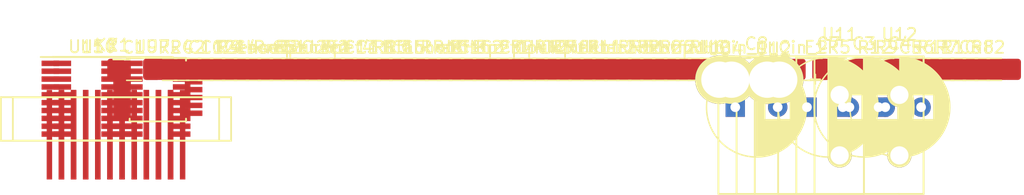
<source format=kicad_pcb>
(kicad_pcb (version 20171130) (host pcbnew "(5.0.0-3-g5ebb6b6)")
  (layers (0 F.Cu signal) (31 B.Cu signal) (34 B.Paste user) (35 F.Paste user) (36 B.SilkS user) (37 F.SilkS user) (38 B.Mask user) (39 F.Mask user) (44 Edge.Cuts user))
  (net 0 "")
  (net 1 +3V3)
  (net 2 GND)
  (net 3 "/uC/nrst(3V3)")
  (net 4 +10V)
  (net 5 +12V)
  (net 6 GNDPWR)
  (net 7 +5V)
  (net 8 "Net-(Cboot1-Pad2)")
  (net 9 "Net-(Cboot2-Pad2)")
  (net 10 /motor_part/DIAG_1)
  (net 11 /motor_part/DIAG_2)
  (net 12 "Net-(Coff1-Pad2)")
  (net 13 "Net-(Coff2-Pad2)")
  (net 14 "Net-(Cp1-Pad2)")
  (net 15 "Net-(Cp1-Pad1)")
  (net 16 "Net-(Cp2-Pad1)")
  (net 17 "Net-(Cp2-Pad2)")
  (net 18 "Net-(Cpul1-Pad2)")
  (net 19 "Net-(Cpul2-Pad2)")
  (net 20 "Net-(Cref1-Pad1)")
  (net 21 "Net-(Cref2-Pad1)")
  (net 22 /power_part/Alim_puiss)
  (net 23 /power_part/Alim_num)
  (net 24 /motor_part/Out_11)
  (net 25 /motor_part/Out_21)
  (net 26 /motor_part/Out_31)
  (net 27 /motor_part/Hall_sensor_11)
  (net 28 /motor_part/Hall_sensor_31)
  (net 29 /motor_part/Hall_sensor_21)
  (net 30 /motor_part/Out_12)
  (net 31 /motor_part/Out_22)
  (net 32 /motor_part/Out_33)
  (net 33 /motor_part/Hall_sensor_22)
  (net 34 /motor_part/Hall_sensor_32)
  (net 35 /motor_part/Hall_sensor_12)
  (net 36 "/uC/Cmd_En_1(3V3)")
  (net 37 "/uC/Cmd_En_2(3V3)")
  (net 38 "Net-(R3-Pad1)")
  (net 39 "Net-(JP1-Pad2)")
  (net 40 "Net-(D5-Pad2)")
  (net 41 "Net-(R4-Pad1)")
  (net 42 "Net-(D9-Pad2)")
  (net 43 "Net-(D8-Pad2)")
  (net 44 "Net-(R7-Pad1)")
  (net 45 "Net-(D10-Pad2)")
  (net 46 "Net-(R10-Pad2)")
  (net 47 "Net-(D11-Pad2)")
  (net 48 /motor_part/EN_1)
  (net 49 /motor_part/EN_2)
  (net 50 "Net-(Rp1-Pad1)")
  (net 51 "Net-(Rp2-Pad1)")
  (net 52 "Net-(Rsense1-Pad1)")
  (net 53 "Net-(Rsense2-Pad1)")
  (net 54 /motor_part/TACHO_1)
  (net 55 /motor_part/TACHO_2)
  (net 56 "Net-(U7-Pad3)")
  (net 57 "Net-(U7-Pad6)")
  (net 58 "Net-(U7-Pad12)")
  (net 59 "Net-(U7-Pad11)")
  (net 60 "/uC/Brake_1(3V3)")
  (net 61 "/uC/Dir_1(3V3)")
  (net 62 "/uC/Diag_1(3V3)")
  (net 63 "/uC/Tacho_1(3V3)")
  (net 64 "/uC/Brake_2(3V3)")
  (net 65 "/uC/Dir_2(3V3)")
  (net 66 /motor_part/DIR_2)
  (net 67 /motor_part/BRAKE_2)
  (net 68 /motor_part/DIR_1)
  (net 69 /motor_part/BRAKE_1)
  (net 70 "/uC/Diag_2(3V3)")
  (net 71 "/uC/Tacho_2(3V3)")
  (net 72 /encodeurs/Ch_A1)
  (net 73 /encodeurs/Ch_B1)
  (net 74 /encodeurs/Ch_A2)
  (net 75 /encodeurs/Ch_B2)
  (net 76 "/encodeurs/Ch_B2(+5V)")
  (net 77 "/encodeurs/Ch_A2(+5V)")
  (net 78 "/encodeurs/Ch_B1(+5V)")
  (net 79 "/encodeurs/Ch_A1(+5V)")
  (net 80 "Net-(P1-Pad1)")
  (net 81 "Net-(P1-Pad2)")
  (net 82 "Net-(J1-Pad1)")
  (net 83 "Net-(J1-Pad2)")
  (net 84 "Net-(P2-Pad1)")
  (net 85 "Net-(P2-Pad2)")
  (net 86 "/uC/Free_2(3V3)")
  (net 87 "/uC/Free_1(3V3)")
  (net 88 "/uC/TX(3V3)")
  (net 89 "/uC/RX(3V3)")
  (net 90 "/uC/I2C_SCL(3V3)")
  (net 91 "/uC/I2C_SDA(3V3)")
  (module Capacitor_SMD:C_1206_3216Metric_Pad1.42x1.75mm_HandSolder (layer F.Cu) (at 46.017105 64.645001)
    (fp_text reference C1 (at 0 -1.82) (layer F.SilkS))
    (fp_text value 100n)
    (pad 2 smd roundrect (at 1.4875 0) (size 1.425 1.75) (layers F.Cu F.Paste F.Mask) (roundrect_rratio 0.175439) (net 1 +3V3))
    (pad 1 smd roundrect (at -1.4875 0) (size 1.425 1.75) (layers F.Cu F.Paste F.Mask) (roundrect_rratio 0.175439) (net 2 GND))
  )
  (module Capacitor_SMD:C_1206_3216Metric_Pad1.42x1.75mm_HandSolder (layer F.Cu) (at 50.944735 64.645001)
    (fp_text reference C2 (at 0 -1.82) (layer F.SilkS))
    (fp_text value 100n)
    (pad 2 smd roundrect (at 1.4875 0) (size 1.425 1.75) (layers F.Cu F.Paste F.Mask) (roundrect_rratio 0.175439) (net 2 GND))
    (pad 1 smd roundrect (at -1.4875 0) (size 1.425 1.75) (layers F.Cu F.Paste F.Mask) (roundrect_rratio 0.175439) (net 3 "/uC/nrst(3V3)"))
  )
  (module Capacitor_THT:CP_Radial_D8.0mm_P3.50mm (layer F.Cu) (at 104.48154 67.775001)
    (fp_text reference C3 (at 1.75 -5.25) (layer F.SilkS))
    (fp_text value 100u)
    (pad 2 thru_hole circle (at 3.5 0) (size 1.6 1.6) (drill 0.8) (layers *.Cu *.Mask) (net 2 GND))
    (pad 1 thru_hole rect (at 0 0) (size 1.6 1.6) (drill 0.8) (layers *.Cu *.Mask) (net 4 +10V))
  )
  (module Capacitor_THT:CP_Radial_D8.0mm_P3.50mm (layer F.Cu) (at 107.438118 67.775001)
    (fp_text reference C4 (at 1.75 -5.25) (layer F.SilkS))
    (fp_text value 100u)
    (pad 1 thru_hole rect (at 0 0) (size 1.6 1.6) (drill 0.8) (layers *.Cu *.Mask) (net 5 +12V))
    (pad 2 thru_hole circle (at 3.5 0) (size 1.6 1.6) (drill 0.8) (layers *.Cu *.Mask) (net 6 GNDPWR))
  )
  (module Capacitor_SMD:C_1206_3216Metric_Pad1.42x1.75mm_HandSolder (layer F.Cu) (at 110.076295 64.645001)
    (fp_text reference C5 (at 0 -1.82) (layer F.SilkS))
    (fp_text value 100n)
    (pad 1 smd roundrect (at -1.4875 0) (size 1.425 1.75) (layers F.Cu F.Paste F.Mask) (roundrect_rratio 0.175439) (net 4 +10V))
    (pad 2 smd roundrect (at 1.4875 0) (size 1.425 1.75) (layers F.Cu F.Paste F.Mask) (roundrect_rratio 0.175439) (net 2 GND))
  )
  (module Capacitor_SMD:C_1206_3216Metric_Pad1.42x1.75mm_HandSolder (layer F.Cu) (at 115.003925 64.645001)
    (fp_text reference C6 (at 0 -1.82) (layer F.SilkS))
    (fp_text value 100n)
    (pad 2 smd roundrect (at 1.4875 0) (size 1.425 1.75) (layers F.Cu F.Paste F.Mask) (roundrect_rratio 0.175439) (net 6 GNDPWR))
    (pad 1 smd roundrect (at -1.4875 0) (size 1.425 1.75) (layers F.Cu F.Paste F.Mask) (roundrect_rratio 0.175439) (net 5 +12V))
  )
  (module Capacitor_THT:CP_Radial_D8.0mm_P3.50mm (layer F.Cu) (at 101.524962 67.775001)
    (fp_text reference C7 (at 1.75 -5.25) (layer F.SilkS))
    (fp_text value 10u)
    (pad 2 thru_hole circle (at 3.5 0) (size 1.6 1.6) (drill 0.8) (layers *.Cu *.Mask) (net 2 GND))
    (pad 1 thru_hole rect (at 0 0) (size 1.6 1.6) (drill 0.8) (layers *.Cu *.Mask) (net 7 +5V))
  )
  (module Capacitor_THT:CP_Radial_D8.0mm_P3.50mm (layer F.Cu) (at 95.611806 67.775001)
    (fp_text reference C8 (at 1.75 -5.25) (layer F.SilkS))
    (fp_text value 10u)
    (pad 1 thru_hole rect (at 0 0) (size 1.6 1.6) (drill 0.8) (layers *.Cu *.Mask) (net 1 +3V3))
    (pad 2 thru_hole circle (at 3.5 0) (size 1.6 1.6) (drill 0.8) (layers *.Cu *.Mask) (net 2 GND))
  )
  (module Capacitor_SMD:C_1206_3216Metric_Pad1.42x1.75mm_HandSolder (layer F.Cu) (at 53.901313 64.645001)
    (fp_text reference C9 (at 0 -1.82) (layer F.SilkS))
    (fp_text value 0,1u)
    (pad 2 smd roundrect (at 1.4875 0) (size 1.425 1.75) (layers F.Cu F.Paste F.Mask) (roundrect_rratio 0.175439) (net 2 GND))
    (pad 1 smd roundrect (at -1.4875 0) (size 1.425 1.75) (layers F.Cu F.Paste F.Mask) (roundrect_rratio 0.175439) (net 1 +3V3))
  )
  (module Capacitor_SMD:C_1206_3216Metric_Pad1.42x1.75mm_HandSolder (layer F.Cu) (at 51.930261 64.645001)
    (fp_text reference C10 (at 0 -1.82) (layer F.SilkS))
    (fp_text value 0,1u)
    (pad 2 smd roundrect (at 1.4875 0) (size 1.425 1.75) (layers F.Cu F.Paste F.Mask) (roundrect_rratio 0.175439) (net 2 GND))
    (pad 1 smd roundrect (at -1.4875 0) (size 1.425 1.75) (layers F.Cu F.Paste F.Mask) (roundrect_rratio 0.175439) (net 7 +5V))
  )
  (module Capacitor_SMD:C_1206_3216Metric_Pad1.42x1.75mm_HandSolder (layer F.Cu) (at 65.727625 64.645001)
    (fp_text reference C11 (at 0 -1.82) (layer F.SilkS))
    (fp_text value 0,1u)
    (pad 1 smd roundrect (at -1.4875 0) (size 1.425 1.75) (layers F.Cu F.Paste F.Mask) (roundrect_rratio 0.175439) (net 1 +3V3))
    (pad 2 smd roundrect (at 1.4875 0) (size 1.425 1.75) (layers F.Cu F.Paste F.Mask) (roundrect_rratio 0.175439) (net 2 GND))
  )
  (module Capacitor_SMD:C_1206_3216Metric_Pad1.42x1.75mm_HandSolder (layer F.Cu) (at 52.915787 64.645001)
    (fp_text reference C12 (at 0 -1.82) (layer F.SilkS))
    (fp_text value 0,1u)
    (pad 1 smd roundrect (at -1.4875 0) (size 1.425 1.75) (layers F.Cu F.Paste F.Mask) (roundrect_rratio 0.175439) (net 7 +5V))
    (pad 2 smd roundrect (at 1.4875 0) (size 1.425 1.75) (layers F.Cu F.Paste F.Mask) (roundrect_rratio 0.175439) (net 2 GND))
  )
  (module Capacitor_SMD:C_1206_3216Metric_Pad1.42x1.75mm_HandSolder (layer F.Cu) (at 64.742099 64.645001)
    (fp_text reference C13 (at 0 -1.82) (layer F.SilkS))
    (fp_text value 100n)
    (pad 1 smd roundrect (at -1.4875 0) (size 1.425 1.75) (layers F.Cu F.Paste F.Mask) (roundrect_rratio 0.175439) (net 1 +3V3))
    (pad 2 smd roundrect (at 1.4875 0) (size 1.425 1.75) (layers F.Cu F.Paste F.Mask) (roundrect_rratio 0.175439) (net 2 GND))
  )
  (module Capacitor_SMD:C_1206_3216Metric_Pad1.42x1.75mm_HandSolder (layer F.Cu) (at 54.886839 64.645001)
    (fp_text reference C14 (at 0 -1.82) (layer F.SilkS))
    (fp_text value 100n)
    (pad 2 smd roundrect (at 1.4875 0) (size 1.425 1.75) (layers F.Cu F.Paste F.Mask) (roundrect_rratio 0.175439) (net 2 GND))
    (pad 1 smd roundrect (at -1.4875 0) (size 1.425 1.75) (layers F.Cu F.Paste F.Mask) (roundrect_rratio 0.175439) (net 1 +3V3))
  )
  (module Capacitor_SMD:C_1206_3216Metric_Pad1.42x1.75mm_HandSolder (layer F.Cu) (at 68.684203 64.645001)
    (fp_text reference C15 (at 0 -1.82) (layer F.SilkS))
    (fp_text value 100n)
    (pad 1 smd roundrect (at -1.4875 0) (size 1.425 1.75) (layers F.Cu F.Paste F.Mask) (roundrect_rratio 0.175439) (net 2 GND))
    (pad 2 smd roundrect (at 1.4875 0) (size 1.425 1.75) (layers F.Cu F.Paste F.Mask) (roundrect_rratio 0.175439) (net 1 +3V3))
  )
  (module Capacitor_SMD:C_1206_3216Metric_Pad1.42x1.75mm_HandSolder (layer F.Cu) (at 70.655255 64.645001)
    (fp_text reference Cboot1 (at 0 -1.82) (layer F.SilkS))
    (fp_text value 220n)
    (pad 2 smd roundrect (at 1.4875 0) (size 1.425 1.75) (layers F.Cu F.Paste F.Mask) (roundrect_rratio 0.175439) (net 8 "Net-(Cboot1-Pad2)"))
    (pad 1 smd roundrect (at -1.4875 0) (size 1.425 1.75) (layers F.Cu F.Paste F.Mask) (roundrect_rratio 0.175439) (net 5 +12V))
  )
  (module Capacitor_SMD:C_1206_3216Metric_Pad1.42x1.75mm_HandSolder (layer F.Cu) (at 56.857891 64.645001)
    (fp_text reference Cboot2 (at 0 -1.82) (layer F.SilkS))
    (fp_text value 220n)
    (pad 1 smd roundrect (at -1.4875 0) (size 1.425 1.75) (layers F.Cu F.Paste F.Mask) (roundrect_rratio 0.175439) (net 5 +12V))
    (pad 2 smd roundrect (at 1.4875 0) (size 1.425 1.75) (layers F.Cu F.Paste F.Mask) (roundrect_rratio 0.175439) (net 9 "Net-(Cboot2-Pad2)"))
  )
  (module Capacitor_SMD:C_1206_3216Metric_Pad1.42x1.75mm_HandSolder (layer F.Cu) (at 84.452619 64.645001)
    (fp_text reference Cen1 (at 0 -1.82) (layer F.SilkS))
    (fp_text value 5.6n)
    (pad 1 smd roundrect (at -1.4875 0) (size 1.425 1.75) (layers F.Cu F.Paste F.Mask) (roundrect_rratio 0.175439) (net 2 GND))
    (pad 2 smd roundrect (at 1.4875 0) (size 1.425 1.75) (layers F.Cu F.Paste F.Mask) (roundrect_rratio 0.175439) (net 10 /motor_part/DIAG_1))
  )
  (module Capacitor_SMD:C_1206_3216Metric_Pad1.42x1.75mm_HandSolder (layer F.Cu) (at 74.597359 64.645001)
    (fp_text reference Cen2 (at 0 -1.82) (layer F.SilkS))
    (fp_text value 5.6n)
    (pad 1 smd roundrect (at -1.4875 0) (size 1.425 1.75) (layers F.Cu F.Paste F.Mask) (roundrect_rratio 0.175439) (net 2 GND))
    (pad 2 smd roundrect (at 1.4875 0) (size 1.425 1.75) (layers F.Cu F.Paste F.Mask) (roundrect_rratio 0.175439) (net 11 /motor_part/DIAG_2))
  )
  (module Capacitor_SMD:C_1206_3216Metric_Pad1.42x1.75mm_HandSolder (layer F.Cu) (at 96.278931 64.645001)
    (fp_text reference Cin_1 (at 0 -1.82) (layer F.SilkS))
    (fp_text value 0,1u)
    (pad 2 smd roundrect (at 1.4875 0) (size 1.425 1.75) (layers F.Cu F.Paste F.Mask) (roundrect_rratio 0.175439) (net 2 GND))
    (pad 1 smd roundrect (at -1.4875 0) (size 1.425 1.75) (layers F.Cu F.Paste F.Mask) (roundrect_rratio 0.175439) (net 4 +10V))
  )
  (module Capacitor_SMD:C_1206_3216Metric_Pad1.42x1.75mm_HandSolder (layer F.Cu) (at 101.206561 64.645001)
    (fp_text reference Cin_2 (at 0 -1.82) (layer F.SilkS))
    (fp_text value 0,1u)
    (pad 1 smd roundrect (at -1.4875 0) (size 1.425 1.75) (layers F.Cu F.Paste F.Mask) (roundrect_rratio 0.175439) (net 4 +10V))
    (pad 2 smd roundrect (at 1.4875 0) (size 1.425 1.75) (layers F.Cu F.Paste F.Mask) (roundrect_rratio 0.175439) (net 2 GND))
  )
  (module Capacitor_SMD:C_1206_3216Metric_Pad1.42x1.75mm_HandSolder (layer F.Cu) (at 81.496041 64.645001)
    (fp_text reference Coff1 (at 0 -1.82) (layer F.SilkS))
    (fp_text value 1n)
    (pad 2 smd roundrect (at 1.4875 0) (size 1.425 1.75) (layers F.Cu F.Paste F.Mask) (roundrect_rratio 0.175439) (net 12 "Net-(Coff1-Pad2)"))
    (pad 1 smd roundrect (at -1.4875 0) (size 1.425 1.75) (layers F.Cu F.Paste F.Mask) (roundrect_rratio 0.175439) (net 2 GND))
  )
  (module Capacitor_SMD:C_1206_3216Metric_Pad1.42x1.75mm_HandSolder (layer F.Cu) (at 85.438145 64.645001)
    (fp_text reference Coff2 (at 0 -1.82) (layer F.SilkS))
    (fp_text value 1n)
    (pad 1 smd roundrect (at -1.4875 0) (size 1.425 1.75) (layers F.Cu F.Paste F.Mask) (roundrect_rratio 0.175439) (net 2 GND))
    (pad 2 smd roundrect (at 1.4875 0) (size 1.425 1.75) (layers F.Cu F.Paste F.Mask) (roundrect_rratio 0.175439) (net 13 "Net-(Coff2-Pad2)"))
  )
  (module Capacitor_SMD:C_1206_3216Metric_Pad1.42x1.75mm_HandSolder (layer F.Cu) (at 58.828943 64.645001)
    (fp_text reference Cp1 (at 0 -1.82) (layer F.SilkS))
    (fp_text value 10n)
    (pad 2 smd roundrect (at 1.4875 0) (size 1.425 1.75) (layers F.Cu F.Paste F.Mask) (roundrect_rratio 0.175439) (net 14 "Net-(Cp1-Pad2)"))
    (pad 1 smd roundrect (at -1.4875 0) (size 1.425 1.75) (layers F.Cu F.Paste F.Mask) (roundrect_rratio 0.175439) (net 15 "Net-(Cp1-Pad1)"))
  )
  (module Capacitor_SMD:C_1206_3216Metric_Pad1.42x1.75mm_HandSolder (layer F.Cu) (at 77.553937 64.645001)
    (fp_text reference Cp2 (at 0 -1.82) (layer F.SilkS))
    (fp_text value 10n)
    (pad 1 smd roundrect (at -1.4875 0) (size 1.425 1.75) (layers F.Cu F.Paste F.Mask) (roundrect_rratio 0.175439) (net 16 "Net-(Cp2-Pad1)"))
    (pad 2 smd roundrect (at 1.4875 0) (size 1.425 1.75) (layers F.Cu F.Paste F.Mask) (roundrect_rratio 0.175439) (net 17 "Net-(Cp2-Pad2)"))
  )
  (module Capacitor_SMD:C_1206_3216Metric_Pad1.42x1.75mm_HandSolder (layer F.Cu) (at 92.336827 64.645001)
    (fp_text reference Cpul1 (at 0 -1.82) (layer F.SilkS))
    (fp_text value 10n)
    (pad 2 smd roundrect (at 1.4875 0) (size 1.425 1.75) (layers F.Cu F.Paste F.Mask) (roundrect_rratio 0.175439) (net 18 "Net-(Cpul1-Pad2)"))
    (pad 1 smd roundrect (at -1.4875 0) (size 1.425 1.75) (layers F.Cu F.Paste F.Mask) (roundrect_rratio 0.175439) (net 2 GND))
  )
  (module Capacitor_SMD:C_1206_3216Metric_Pad1.42x1.75mm_HandSolder (layer F.Cu) (at 79.524989 64.645001)
    (fp_text reference Cpul2 (at 0 -1.82) (layer F.SilkS))
    (fp_text value 10n)
    (pad 2 smd roundrect (at 1.4875 0) (size 1.425 1.75) (layers F.Cu F.Paste F.Mask) (roundrect_rratio 0.175439) (net 19 "Net-(Cpul2-Pad2)"))
    (pad 1 smd roundrect (at -1.4875 0) (size 1.425 1.75) (layers F.Cu F.Paste F.Mask) (roundrect_rratio 0.175439) (net 2 GND))
  )
  (module Capacitor_SMD:C_1206_3216Metric_Pad1.42x1.75mm_HandSolder (layer F.Cu) (at 76.568411 64.645001)
    (fp_text reference Cref1 (at 0 -1.82) (layer F.SilkS))
    (fp_text value 10n)
    (pad 1 smd roundrect (at -1.4875 0) (size 1.425 1.75) (layers F.Cu F.Paste F.Mask) (roundrect_rratio 0.175439) (net 20 "Net-(Cref1-Pad1)"))
    (pad 2 smd roundrect (at 1.4875 0) (size 1.425 1.75) (layers F.Cu F.Paste F.Mask) (roundrect_rratio 0.175439) (net 2 GND))
  )
  (module Capacitor_SMD:C_1206_3216Metric_Pad1.42x1.75mm_HandSolder (layer F.Cu) (at 61.785521 64.645001)
    (fp_text reference Cref2 (at 0 -1.82) (layer F.SilkS))
    (fp_text value 10n)
    (pad 1 smd roundrect (at -1.4875 0) (size 1.425 1.75) (layers F.Cu F.Paste F.Mask) (roundrect_rratio 0.175439) (net 21 "Net-(Cref2-Pad1)"))
    (pad 2 smd roundrect (at 1.4875 0) (size 1.425 1.75) (layers F.Cu F.Paste F.Mask) (roundrect_rratio 0.175439) (net 2 GND))
  )
  (module Fuse:Fuse_1206_3216Metric_Pad1.42x1.75mm_HandSolder (layer F.Cu) (at 102.192087 64.645001)
    (fp_text reference F1 (at 0 -1.82) (layer F.SilkS))
    (fp_text value Fuse)
    (pad 2 smd roundrect (at 1.4875 0) (size 1.425 1.75) (layers F.Cu F.Paste F.Mask) (roundrect_rratio 0.175439) (net 22 /power_part/Alim_puiss))
    (pad 1 smd roundrect (at -1.4875 0) (size 1.425 1.75) (layers F.Cu F.Paste F.Mask) (roundrect_rratio 0.175439) (net 5 +12V))
  )
  (module Fuse:Fuse_1206_3216Metric_Pad1.42x1.75mm_HandSolder (layer F.Cu) (at 116.974977 64.645001)
    (fp_text reference F2 (at 0 -1.82) (layer F.SilkS))
    (fp_text value Fuse)
    (pad 1 smd roundrect (at -1.4875 0) (size 1.425 1.75) (layers F.Cu F.Paste F.Mask) (roundrect_rratio 0.175439) (net 4 +10V))
    (pad 2 smd roundrect (at 1.4875 0) (size 1.425 1.75) (layers F.Cu F.Paste F.Mask) (roundrect_rratio 0.175439) (net 23 /power_part/Alim_num))
  )
  (module maxon:Molex-52610-1133 (layer F.Cu) (at 40.031579 63.75)
    (fp_text reference K1 (at 4.7 -1.1) (layer F.SilkS))
    (fp_text value Maxon-200142)
    (pad 1 smd rect (at 10 6.3) (size 0.45 7.4) (layers F.Cu F.Paste F.Mask) (net 24 /motor_part/Out_11))
    (pad 3 smd rect (at 8 6.3) (size 0.45 7.4) (layers F.Cu F.Paste F.Mask) (net 25 /motor_part/Out_21))
    (pad 5 smd rect (at 6 6.3) (size 0.45 7.4) (layers F.Cu F.Paste F.Mask) (net 26 /motor_part/Out_31))
    (pad 7 smd rect (at 4 6.3) (size 0.45 7.4) (layers F.Cu F.Paste F.Mask) (net 2 GND))
    (pad 9 smd rect (at 2 6.3) (size 0.45 7.4) (layers F.Cu F.Paste F.Mask) (net 27 /motor_part/Hall_sensor_11))
    (pad 11 smd rect (at 0 6.3) (size 0.45 7.4) (layers F.Cu F.Paste F.Mask) (net 7 +5V))
    (pad 10 smd rect (at 1 6.3) (size 0.45 7.4) (layers F.Cu F.Paste F.Mask) (net 28 /motor_part/Hall_sensor_31))
    (pad 8 smd rect (at 3 6.3) (size 0.45 7.4) (layers F.Cu F.Paste F.Mask) (net 29 /motor_part/Hall_sensor_21))
    (pad 6 smd rect (at 5 6.3) (size 0.45 7.4) (layers F.Cu F.Paste F.Mask) (net 26 /motor_part/Out_31))
    (pad 4 smd rect (at 7 6.3) (size 0.45 7.4) (layers F.Cu F.Paste F.Mask) (net 25 /motor_part/Out_21))
    (pad 2 smd rect (at 9 6.3) (size 0.45 7.4) (layers F.Cu F.Paste F.Mask) (net 24 /motor_part/Out_11))
  )
  (module maxon:Molex-52610-1133 (layer F.Cu) (at 39.046053 63.75)
    (fp_text reference K2 (at 4.7 -1.1) (layer F.SilkS))
    (fp_text value Maxon-200142)
    (pad 2 smd rect (at 9 6.3) (size 0.45 7.4) (layers F.Cu F.Paste F.Mask) (net 30 /motor_part/Out_12))
    (pad 4 smd rect (at 7 6.3) (size 0.45 7.4) (layers F.Cu F.Paste F.Mask) (net 31 /motor_part/Out_22))
    (pad 6 smd rect (at 5 6.3) (size 0.45 7.4) (layers F.Cu F.Paste F.Mask) (net 32 /motor_part/Out_33))
    (pad 8 smd rect (at 3 6.3) (size 0.45 7.4) (layers F.Cu F.Paste F.Mask) (net 33 /motor_part/Hall_sensor_22))
    (pad 10 smd rect (at 1 6.3) (size 0.45 7.4) (layers F.Cu F.Paste F.Mask) (net 34 /motor_part/Hall_sensor_32))
    (pad 11 smd rect (at 0 6.3) (size 0.45 7.4) (layers F.Cu F.Paste F.Mask) (net 7 +5V))
    (pad 9 smd rect (at 2 6.3) (size 0.45 7.4) (layers F.Cu F.Paste F.Mask) (net 35 /motor_part/Hall_sensor_12))
    (pad 7 smd rect (at 4 6.3) (size 0.45 7.4) (layers F.Cu F.Paste F.Mask) (net 2 GND))
    (pad 5 smd rect (at 6 6.3) (size 0.45 7.4) (layers F.Cu F.Paste F.Mask) (net 32 /motor_part/Out_33))
    (pad 3 smd rect (at 8 6.3) (size 0.45 7.4) (layers F.Cu F.Paste F.Mask) (net 31 /motor_part/Out_22))
    (pad 1 smd rect (at 10 6.3) (size 0.45 7.4) (layers F.Cu F.Paste F.Mask) (net 30 /motor_part/Out_12))
  )
  (module Resistor_SMD:R_1206_3216Metric_Pad1.42x1.75mm_HandSolder (layer F.Cu) (at 66.713151 64.645001)
    (fp_text reference R1 (at 0 -1.82) (layer F.SilkS))
    (fp_text value 10k)
    (pad 2 smd roundrect (at 1.4875 0) (size 1.425 1.75) (layers F.Cu F.Paste F.Mask) (roundrect_rratio 0.175439) (net 2 GND))
    (pad 1 smd roundrect (at -1.4875 0) (size 1.425 1.75) (layers F.Cu F.Paste F.Mask) (roundrect_rratio 0.175439) (net 36 "/uC/Cmd_En_1(3V3)"))
  )
  (module Resistor_SMD:R_1206_3216Metric_Pad1.42x1.75mm_HandSolder (layer F.Cu) (at 48.973683 64.645001)
    (fp_text reference R2 (at 0 -1.82) (layer F.SilkS))
    (fp_text value 10k)
    (pad 2 smd roundrect (at 1.4875 0) (size 1.425 1.75) (layers F.Cu F.Paste F.Mask) (roundrect_rratio 0.175439) (net 2 GND))
    (pad 1 smd roundrect (at -1.4875 0) (size 1.425 1.75) (layers F.Cu F.Paste F.Mask) (roundrect_rratio 0.175439) (net 37 "/uC/Cmd_En_2(3V3)"))
  )
  (module Resistor_SMD:R_1206_3216Metric_Pad1.42x1.75mm_HandSolder (layer F.Cu) (at 67.698677 64.645001)
    (fp_text reference R3 (at 0 -1.82) (layer F.SilkS))
    (fp_text value 10k)
    (pad 1 smd roundrect (at -1.4875 0) (size 1.425 1.75) (layers F.Cu F.Paste F.Mask) (roundrect_rratio 0.175439) (net 38 "Net-(R3-Pad1)"))
    (pad 2 smd roundrect (at 1.4875 0) (size 1.425 1.75) (layers F.Cu F.Paste F.Mask) (roundrect_rratio 0.175439) (net 39 "Net-(JP1-Pad2)"))
  )
  (module Resistor_SMD:R_1206_3216Metric_Pad1.42x1.75mm_HandSolder (layer F.Cu) (at 49.959209 64.645001)
    (fp_text reference R4 (at 0 -1.82) (layer F.SilkS))
    (fp_text value 470)
    (pad 2 smd roundrect (at 1.4875 0) (size 1.425 1.75) (layers F.Cu F.Paste F.Mask) (roundrect_rratio 0.175439) (net 40 "Net-(D5-Pad2)"))
    (pad 1 smd roundrect (at -1.4875 0) (size 1.425 1.75) (layers F.Cu F.Paste F.Mask) (roundrect_rratio 0.175439) (net 41 "Net-(R4-Pad1)"))
  )
  (module Resistor_SMD:R_1206_3216Metric_Pad1.42x1.75mm_HandSolder (layer F.Cu) (at 104.163139 64.645001)
    (fp_text reference R5 (at 0 -1.82) (layer F.SilkS))
    (fp_text value 2k)
    (pad 1 smd roundrect (at -1.4875 0) (size 1.425 1.75) (layers F.Cu F.Paste F.Mask) (roundrect_rratio 0.175439) (net 42 "Net-(D9-Pad2)"))
    (pad 2 smd roundrect (at 1.4875 0) (size 1.425 1.75) (layers F.Cu F.Paste F.Mask) (roundrect_rratio 0.175439) (net 5 +12V))
  )
  (module Resistor_SMD:R_1206_3216Metric_Pad1.42x1.75mm_HandSolder (layer F.Cu) (at 111.061821 64.645001)
    (fp_text reference R6 (at 0 -1.82) (layer F.SilkS))
    (fp_text value 2k)
    (pad 2 smd roundrect (at 1.4875 0) (size 1.425 1.75) (layers F.Cu F.Paste F.Mask) (roundrect_rratio 0.175439) (net 4 +10V))
    (pad 1 smd roundrect (at -1.4875 0) (size 1.425 1.75) (layers F.Cu F.Paste F.Mask) (roundrect_rratio 0.175439) (net 43 "Net-(D8-Pad2)"))
  )
  (module Resistor_SMD:R_1206_3216Metric_Pad1.42x1.75mm_HandSolder (layer F.Cu) (at 113.032873 64.645001)
    (fp_text reference R7 (at 0 -1.82) (layer F.SilkS))
    (fp_text value 820)
    (pad 2 smd roundrect (at 1.4875 0) (size 1.425 1.75) (layers F.Cu F.Paste F.Mask) (roundrect_rratio 0.175439) (net 2 GND))
    (pad 1 smd roundrect (at -1.4875 0) (size 1.425 1.75) (layers F.Cu F.Paste F.Mask) (roundrect_rratio 0.175439) (net 44 "Net-(R7-Pad1)"))
  )
  (module Resistor_SMD:R_1206_3216Metric_Pad1.42x1.75mm_HandSolder (layer F.Cu) (at 115.989451 64.645001)
    (fp_text reference R8 (at 0 -1.82) (layer F.SilkS))
    (fp_text value 270)
    (pad 1 smd roundrect (at -1.4875 0) (size 1.425 1.75) (layers F.Cu F.Paste F.Mask) (roundrect_rratio 0.175439) (net 7 +5V))
    (pad 2 smd roundrect (at 1.4875 0) (size 1.425 1.75) (layers F.Cu F.Paste F.Mask) (roundrect_rratio 0.175439) (net 44 "Net-(R7-Pad1)"))
  )
  (module Resistor_SMD:R_1206_3216Metric_Pad1.42x1.75mm_HandSolder (layer F.Cu) (at 108.105243 64.645001)
    (fp_text reference R9 (at 0 -1.82) (layer F.SilkS))
    (fp_text value 470)
    (pad 2 smd roundrect (at 1.4875 0) (size 1.425 1.75) (layers F.Cu F.Paste F.Mask) (roundrect_rratio 0.175439) (net 7 +5V))
    (pad 1 smd roundrect (at -1.4875 0) (size 1.425 1.75) (layers F.Cu F.Paste F.Mask) (roundrect_rratio 0.175439) (net 45 "Net-(D10-Pad2)"))
  )
  (module Resistor_SMD:R_1206_3216Metric_Pad1.42x1.75mm_HandSolder (layer F.Cu) (at 114.018399 64.645001)
    (fp_text reference R10 (at 0 -1.82) (layer F.SilkS))
    (fp_text value 370)
    (pad 2 smd roundrect (at 1.4875 0) (size 1.425 1.75) (layers F.Cu F.Paste F.Mask) (roundrect_rratio 0.175439) (net 46 "Net-(R10-Pad2)"))
    (pad 1 smd roundrect (at -1.4875 0) (size 1.425 1.75) (layers F.Cu F.Paste F.Mask) (roundrect_rratio 0.175439) (net 2 GND))
  )
  (module Resistor_SMD:R_1206_3216Metric_Pad1.42x1.75mm_HandSolder (layer F.Cu) (at 112.047347 64.645001)
    (fp_text reference R11 (at 0 -1.82) (layer F.SilkS))
    (fp_text value 220)
    (pad 2 smd roundrect (at 1.4875 0) (size 1.425 1.75) (layers F.Cu F.Paste F.Mask) (roundrect_rratio 0.175439) (net 46 "Net-(R10-Pad2)"))
    (pad 1 smd roundrect (at -1.4875 0) (size 1.425 1.75) (layers F.Cu F.Paste F.Mask) (roundrect_rratio 0.175439) (net 1 +3V3))
  )
  (module Resistor_SMD:R_1206_3216Metric_Pad1.42x1.75mm_HandSolder (layer F.Cu) (at 107.119717 64.645001)
    (fp_text reference R12 (at 0 -1.82) (layer F.SilkS))
    (fp_text value 470)
    (pad 2 smd roundrect (at 1.4875 0) (size 1.425 1.75) (layers F.Cu F.Paste F.Mask) (roundrect_rratio 0.175439) (net 1 +3V3))
    (pad 1 smd roundrect (at -1.4875 0) (size 1.425 1.75) (layers F.Cu F.Paste F.Mask) (roundrect_rratio 0.175439) (net 47 "Net-(D11-Pad2)"))
  )
  (module Resistor_SMD:R_1206_3216Metric_Pad1.42x1.75mm_HandSolder (layer F.Cu) (at 83.467093 64.645001)
    (fp_text reference Ren1 (at 0 -1.82) (layer F.SilkS))
    (fp_text value 100k)
    (pad 1 smd roundrect (at -1.4875 0) (size 1.425 1.75) (layers F.Cu F.Paste F.Mask) (roundrect_rratio 0.175439) (net 48 /motor_part/EN_1))
    (pad 2 smd roundrect (at 1.4875 0) (size 1.425 1.75) (layers F.Cu F.Paste F.Mask) (roundrect_rratio 0.175439) (net 10 /motor_part/DIAG_1))
  )
  (module Resistor_SMD:R_1206_3216Metric_Pad1.42x1.75mm_HandSolder (layer F.Cu) (at 89.380249 64.645001)
    (fp_text reference Ren2 (at 0 -1.82) (layer F.SilkS))
    (fp_text value 100k)
    (pad 2 smd roundrect (at 1.4875 0) (size 1.425 1.75) (layers F.Cu F.Paste F.Mask) (roundrect_rratio 0.175439) (net 11 /motor_part/DIAG_2))
    (pad 1 smd roundrect (at -1.4875 0) (size 1.425 1.75) (layers F.Cu F.Paste F.Mask) (roundrect_rratio 0.175439) (net 49 /motor_part/EN_2))
  )
  (module Resistor_SMD:R_1206_3216Metric_Pad1.42x1.75mm_HandSolder (layer F.Cu) (at 88.394723 64.645001)
    (fp_text reference RH1 (at 0 -1.82) (layer F.SilkS))
    (fp_text value 10k)
    (pad 2 smd roundrect (at 1.4875 0) (size 1.425 1.75) (layers F.Cu F.Paste F.Mask) (roundrect_rratio 0.175439) (net 28 /motor_part/Hall_sensor_31))
    (pad 1 smd roundrect (at -1.4875 0) (size 1.425 1.75) (layers F.Cu F.Paste F.Mask) (roundrect_rratio 0.175439) (net 7 +5V))
  )
  (module Resistor_SMD:R_1206_3216Metric_Pad1.42x1.75mm_HandSolder (layer F.Cu) (at 80.510515 64.645001)
    (fp_text reference RH2 (at 0 -1.82) (layer F.SilkS))
    (fp_text value 10k)
    (pad 1 smd roundrect (at -1.4875 0) (size 1.425 1.75) (layers F.Cu F.Paste F.Mask) (roundrect_rratio 0.175439) (net 7 +5V))
    (pad 2 smd roundrect (at 1.4875 0) (size 1.425 1.75) (layers F.Cu F.Paste F.Mask) (roundrect_rratio 0.175439) (net 29 /motor_part/Hall_sensor_21))
  )
  (module Resistor_SMD:R_1206_3216Metric_Pad1.42x1.75mm_HandSolder (layer F.Cu) (at 73.611833 64.645001)
    (fp_text reference RH3 (at 0 -1.82) (layer F.SilkS))
    (fp_text value 10k)
    (pad 2 smd roundrect (at 1.4875 0) (size 1.425 1.75) (layers F.Cu F.Paste F.Mask) (roundrect_rratio 0.175439) (net 27 /motor_part/Hall_sensor_11))
    (pad 1 smd roundrect (at -1.4875 0) (size 1.425 1.75) (layers F.Cu F.Paste F.Mask) (roundrect_rratio 0.175439) (net 7 +5V))
  )
  (module Resistor_SMD:R_1206_3216Metric_Pad1.42x1.75mm_HandSolder (layer F.Cu) (at 78.539463 64.645001)
    (fp_text reference RH4 (at 0 -1.82) (layer F.SilkS))
    (fp_text value 10k)
    (pad 1 smd roundrect (at -1.4875 0) (size 1.425 1.75) (layers F.Cu F.Paste F.Mask) (roundrect_rratio 0.175439) (net 7 +5V))
    (pad 2 smd roundrect (at 1.4875 0) (size 1.425 1.75) (layers F.Cu F.Paste F.Mask) (roundrect_rratio 0.175439) (net 34 /motor_part/Hall_sensor_32))
  )
  (module Resistor_SMD:R_1206_3216Metric_Pad1.42x1.75mm_HandSolder (layer F.Cu) (at 87.409197 64.645001)
    (fp_text reference RH5 (at 0 -1.82) (layer F.SilkS))
    (fp_text value 10k)
    (pad 2 smd roundrect (at 1.4875 0) (size 1.425 1.75) (layers F.Cu F.Paste F.Mask) (roundrect_rratio 0.175439) (net 33 /motor_part/Hall_sensor_22))
    (pad 1 smd roundrect (at -1.4875 0) (size 1.425 1.75) (layers F.Cu F.Paste F.Mask) (roundrect_rratio 0.175439) (net 7 +5V))
  )
  (module Resistor_SMD:R_1206_3216Metric_Pad1.42x1.75mm_HandSolder (layer F.Cu) (at 93.322353 64.645001)
    (fp_text reference RH6 (at 0 -1.82) (layer F.SilkS))
    (fp_text value 10k)
    (pad 1 smd roundrect (at -1.4875 0) (size 1.425 1.75) (layers F.Cu F.Paste F.Mask) (roundrect_rratio 0.175439) (net 7 +5V))
    (pad 2 smd roundrect (at 1.4875 0) (size 1.425 1.75) (layers F.Cu F.Paste F.Mask) (roundrect_rratio 0.175439) (net 35 /motor_part/Hall_sensor_12))
  )
  (module Resistor_SMD:R_1206_3216Metric_Pad1.42x1.75mm_HandSolder (layer F.Cu) (at 91.351301 64.645001)
    (fp_text reference Roff1 (at 0 -1.82) (layer F.SilkS))
    (fp_text value 33k)
    (pad 1 smd roundrect (at -1.4875 0) (size 1.425 1.75) (layers F.Cu F.Paste F.Mask) (roundrect_rratio 0.175439) (net 2 GND))
    (pad 2 smd roundrect (at 1.4875 0) (size 1.425 1.75) (layers F.Cu F.Paste F.Mask) (roundrect_rratio 0.175439) (net 12 "Net-(Coff1-Pad2)"))
  )
  (module Resistor_SMD:R_1206_3216Metric_Pad1.42x1.75mm_HandSolder (layer F.Cu) (at 90.365775 64.645001)
    (fp_text reference Roff2 (at 0 -1.82) (layer F.SilkS))
    (fp_text value 33k)
    (pad 1 smd roundrect (at -1.4875 0) (size 1.425 1.75) (layers F.Cu F.Paste F.Mask) (roundrect_rratio 0.175439) (net 2 GND))
    (pad 2 smd roundrect (at 1.4875 0) (size 1.425 1.75) (layers F.Cu F.Paste F.Mask) (roundrect_rratio 0.175439) (net 13 "Net-(Coff2-Pad2)"))
  )
  (module Resistor_SMD:R_1206_3216Metric_Pad1.42x1.75mm_HandSolder (layer F.Cu) (at 62.771047 64.645001)
    (fp_text reference Rp1 (at 0 -1.82) (layer F.SilkS))
    (fp_text value 100)
    (pad 2 smd roundrect (at 1.4875 0) (size 1.425 1.75) (layers F.Cu F.Paste F.Mask) (roundrect_rratio 0.175439) (net 15 "Net-(Cp1-Pad1)"))
    (pad 1 smd roundrect (at -1.4875 0) (size 1.425 1.75) (layers F.Cu F.Paste F.Mask) (roundrect_rratio 0.175439) (net 50 "Net-(Rp1-Pad1)"))
  )
  (module Resistor_SMD:R_1206_3216Metric_Pad1.42x1.75mm_HandSolder (layer F.Cu) (at 75.582885 64.645001)
    (fp_text reference Rp2 (at 0 -1.82) (layer F.SilkS))
    (fp_text value 100)
    (pad 1 smd roundrect (at -1.4875 0) (size 1.425 1.75) (layers F.Cu F.Paste F.Mask) (roundrect_rratio 0.175439) (net 51 "Net-(Rp2-Pad1)"))
    (pad 2 smd roundrect (at 1.4875 0) (size 1.425 1.75) (layers F.Cu F.Paste F.Mask) (roundrect_rratio 0.175439) (net 16 "Net-(Cp2-Pad1)"))
  )
  (module Resistor_SMD:R_1206_3216Metric_Pad1.42x1.75mm_HandSolder (layer F.Cu) (at 82.481567 64.645001)
    (fp_text reference Rpul1 (at 0 -1.82) (layer F.SilkS))
    (fp_text value 47k)
    (pad 1 smd roundrect (at -1.4875 0) (size 1.425 1.75) (layers F.Cu F.Paste F.Mask) (roundrect_rratio 0.175439) (net 2 GND))
    (pad 2 smd roundrect (at 1.4875 0) (size 1.425 1.75) (layers F.Cu F.Paste F.Mask) (roundrect_rratio 0.175439) (net 18 "Net-(Cpul1-Pad2)"))
  )
  (module Resistor_SMD:R_1206_3216Metric_Pad1.42x1.75mm_HandSolder (layer F.Cu) (at 59.814469 64.645001)
    (fp_text reference Rpul2 (at 0 -1.82) (layer F.SilkS))
    (fp_text value 47k)
    (pad 2 smd roundrect (at 1.4875 0) (size 1.425 1.75) (layers F.Cu F.Paste F.Mask) (roundrect_rratio 0.175439) (net 19 "Net-(Cpul2-Pad2)"))
    (pad 1 smd roundrect (at -1.4875 0) (size 1.425 1.75) (layers F.Cu F.Paste F.Mask) (roundrect_rratio 0.175439) (net 2 GND))
  )
  (module Resistor_SMD:R_1206_3216Metric_Pad1.42x1.75mm_HandSolder (layer F.Cu) (at 72.626307 64.645001)
    (fp_text reference Rref1 (at 0 -1.82) (layer F.SilkS))
    (fp_text value 1.2k)
    (pad 1 smd roundrect (at -1.4875 0) (size 1.425 1.75) (layers F.Cu F.Paste F.Mask) (roundrect_rratio 0.175439) (net 7 +5V))
    (pad 2 smd roundrect (at 1.4875 0) (size 1.425 1.75) (layers F.Cu F.Paste F.Mask) (roundrect_rratio 0.175439) (net 20 "Net-(Cref1-Pad1)"))
  )
  (module Resistor_SMD:R_1206_3216Metric_Pad1.42x1.75mm_HandSolder (layer F.Cu) (at 57.843417 64.645001)
    (fp_text reference Rref2 (at 0 -1.82) (layer F.SilkS))
    (fp_text value 220)
    (pad 1 smd roundrect (at -1.4875 0) (size 1.425 1.75) (layers F.Cu F.Paste F.Mask) (roundrect_rratio 0.175439) (net 20 "Net-(Cref1-Pad1)"))
    (pad 2 smd roundrect (at 1.4875 0) (size 1.425 1.75) (layers F.Cu F.Paste F.Mask) (roundrect_rratio 0.175439) (net 2 GND))
  )
  (module Resistor_SMD:R_1206_3216Metric_Pad1.42x1.75mm_HandSolder (layer F.Cu) (at 71.640781 64.645001)
    (fp_text reference Rref3 (at 0 -1.82) (layer F.SilkS))
    (fp_text value 1.2k)
    (pad 1 smd roundrect (at -1.4875 0) (size 1.425 1.75) (layers F.Cu F.Paste F.Mask) (roundrect_rratio 0.175439) (net 7 +5V))
    (pad 2 smd roundrect (at 1.4875 0) (size 1.425 1.75) (layers F.Cu F.Paste F.Mask) (roundrect_rratio 0.175439) (net 21 "Net-(Cref2-Pad1)"))
  )
  (module Resistor_SMD:R_1206_3216Metric_Pad1.42x1.75mm_HandSolder (layer F.Cu) (at 63.756573 64.645001)
    (fp_text reference Rref4 (at 0 -1.82) (layer F.SilkS))
    (fp_text value 220)
    (pad 1 smd roundrect (at -1.4875 0) (size 1.425 1.75) (layers F.Cu F.Paste F.Mask) (roundrect_rratio 0.175439) (net 21 "Net-(Cref2-Pad1)"))
    (pad 2 smd roundrect (at 1.4875 0) (size 1.425 1.75) (layers F.Cu F.Paste F.Mask) (roundrect_rratio 0.175439) (net 2 GND))
  )
  (module Resistor_SMD:R_1206_3216Metric_Pad1.42x1.75mm_HandSolder (layer F.Cu) (at 60.799995 64.645001)
    (fp_text reference Rsense1 (at 0 -1.82) (layer F.SilkS))
    (fp_text value 0.3)
    (pad 1 smd roundrect (at -1.4875 0) (size 1.425 1.75) (layers F.Cu F.Paste F.Mask) (roundrect_rratio 0.175439) (net 52 "Net-(Rsense1-Pad1)"))
    (pad 2 smd roundrect (at 1.4875 0) (size 1.425 1.75) (layers F.Cu F.Paste F.Mask) (roundrect_rratio 0.175439) (net 6 GNDPWR))
  )
  (module Resistor_SMD:R_1206_3216Metric_Pad1.42x1.75mm_HandSolder (layer F.Cu) (at 55.872365 64.645001)
    (fp_text reference Rsense2 (at 0 -1.82) (layer F.SilkS))
    (fp_text value 0.3)
    (pad 2 smd roundrect (at 1.4875 0) (size 1.425 1.75) (layers F.Cu F.Paste F.Mask) (roundrect_rratio 0.175439) (net 6 GNDPWR))
    (pad 1 smd roundrect (at -1.4875 0) (size 1.425 1.75) (layers F.Cu F.Paste F.Mask) (roundrect_rratio 0.175439) (net 53 "Net-(Rsense2-Pad1)"))
  )
  (module Resistor_SMD:R_1206_3216Metric_Pad1.42x1.75mm_HandSolder (layer F.Cu) (at 69.669729 64.645001)
    (fp_text reference Rtacho1 (at 0 -1.82) (layer F.SilkS))
    (fp_text value 1k)
    (pad 1 smd roundrect (at -1.4875 0) (size 1.425 1.75) (layers F.Cu F.Paste F.Mask) (roundrect_rratio 0.175439) (net 7 +5V))
    (pad 2 smd roundrect (at 1.4875 0) (size 1.425 1.75) (layers F.Cu F.Paste F.Mask) (roundrect_rratio 0.175439) (net 54 /motor_part/TACHO_1))
  )
  (module Resistor_SMD:R_1206_3216Metric_Pad1.42x1.75mm_HandSolder (layer F.Cu) (at 86.423671 64.645001)
    (fp_text reference Rtacho2 (at 0 -1.82) (layer F.SilkS))
    (fp_text value 1k)
    (pad 2 smd roundrect (at 1.4875 0) (size 1.425 1.75) (layers F.Cu F.Paste F.Mask) (roundrect_rratio 0.175439) (net 55 /motor_part/TACHO_2))
    (pad 1 smd roundrect (at -1.4875 0) (size 1.425 1.75) (layers F.Cu F.Paste F.Mask) (roundrect_rratio 0.175439) (net 7 +5V))
  )
  (module maxon:Trou-3 (layer F.Cu) (at 98.249983 65.5)
    (fp_text reference U1 (at 0 -2.54) (layer F.SilkS))
    (fp_text value Trou-3)
    (pad 1 thru_hole circle (at 0 0) (size 4 4) (drill 3) (layers *.Cu *.Mask F.SilkS) (net 2 GND))
  )
  (module maxon:Trou-3 (layer F.Cu) (at 99.235509 65.5)
    (fp_text reference U2 (at 0 -2.54) (layer F.SilkS))
    (fp_text value Trou-3)
    (pad 1 thru_hole circle (at 0 0) (size 4 4) (drill 3) (layers *.Cu *.Mask F.SilkS) (net 2 GND))
  )
  (module maxon:Trou-3 (layer F.Cu) (at 94.307879 65.5)
    (fp_text reference U3 (at 0 -2.54) (layer F.SilkS))
    (fp_text value Trou-3)
    (pad 1 thru_hole circle (at 0 0) (size 4 4) (drill 3) (layers *.Cu *.Mask F.SilkS) (net 2 GND))
  )
  (module maxon:Trou-3 (layer F.Cu) (at 95.293405 65.5)
    (fp_text reference U4 (at 0 -2.54) (layer F.SilkS))
    (fp_text value Trou-3)
    (pad 1 thru_hole circle (at 0 0) (size 4 4) (drill 3) (layers *.Cu *.Mask F.SilkS) (net 2 GND))
  )
  (module Package_SO:TSSOP-14_4.4x5mm_P0.65mm (layer F.Cu) (at 47.988157 66.325001)
    (fp_text reference U7 (at 0 -3.55) (layer F.SilkS))
    (fp_text value 74HC00)
    (pad 1 smd rect (at -2.95 -1.95) (size 1.45 0.45) (layers F.Cu F.Paste F.Mask) (net 3 "/uC/nrst(3V3)"))
    (pad 2 smd rect (at -2.95 -1.3) (size 1.45 0.45) (layers F.Cu F.Paste F.Mask) (net 36 "/uC/Cmd_En_1(3V3)"))
    (pad 3 smd rect (at -2.95 -0.65) (size 1.45 0.45) (layers F.Cu F.Paste F.Mask) (net 56 "Net-(U7-Pad3)"))
    (pad 4 smd rect (at -2.95 0) (size 1.45 0.45) (layers F.Cu F.Paste F.Mask) (net 56 "Net-(U7-Pad3)"))
    (pad 5 smd rect (at -2.95 0.65) (size 1.45 0.45) (layers F.Cu F.Paste F.Mask) (net 56 "Net-(U7-Pad3)"))
    (pad 6 smd rect (at -2.95 1.3) (size 1.45 0.45) (layers F.Cu F.Paste F.Mask) (net 57 "Net-(U7-Pad6)"))
    (pad 7 smd rect (at -2.95 1.95) (size 1.45 0.45) (layers F.Cu F.Paste F.Mask) (net 2 GND))
    (pad 8 smd rect (at 2.95 1.95) (size 1.45 0.45) (layers F.Cu F.Paste F.Mask) (net 58 "Net-(U7-Pad12)"))
    (pad 9 smd rect (at 2.95 1.3) (size 1.45 0.45) (layers F.Cu F.Paste F.Mask) (net 3 "/uC/nrst(3V3)"))
    (pad 10 smd rect (at 2.95 0.65) (size 1.45 0.45) (layers F.Cu F.Paste F.Mask) (net 37 "/uC/Cmd_En_2(3V3)"))
    (pad 11 smd rect (at 2.95 0) (size 1.45 0.45) (layers F.Cu F.Paste F.Mask) (net 59 "Net-(U7-Pad11)"))
    (pad 12 smd rect (at 2.95 -0.65) (size 1.45 0.45) (layers F.Cu F.Paste F.Mask) (net 58 "Net-(U7-Pad12)"))
    (pad 13 smd rect (at 2.95 -1.3) (size 1.45 0.45) (layers F.Cu F.Paste F.Mask) (net 58 "Net-(U7-Pad12)"))
    (pad 14 smd rect (at 2.95 -1.95) (size 1.45 0.45) (layers F.Cu F.Paste F.Mask) (net 1 +3V3))
  )
  (module Package_SO:TSSOP-20_4.4x6.5mm_P0.65mm (layer F.Cu) (at 47.002631 67.075001)
    (fp_text reference U9 (at 0 -4.3) (layer F.SilkS))
    (fp_text value txb0108)
    (pad 1 smd rect (at -2.95 -2.925) (size 1.45 0.45) (layers F.Cu F.Paste F.Mask) (net 57 "Net-(U7-Pad6)"))
    (pad 2 smd rect (at -2.95 -2.275) (size 1.45 0.45) (layers F.Cu F.Paste F.Mask) (net 1 +3V3))
    (pad 3 smd rect (at -2.95 -1.625) (size 1.45 0.45) (layers F.Cu F.Paste F.Mask) (net 59 "Net-(U7-Pad11)"))
    (pad 4 smd rect (at -2.95 -0.975) (size 1.45 0.45) (layers F.Cu F.Paste F.Mask) (net 60 "/uC/Brake_1(3V3)"))
    (pad 5 smd rect (at -2.95 -0.325) (size 1.45 0.45) (layers F.Cu F.Paste F.Mask) (net 61 "/uC/Dir_1(3V3)"))
    (pad 6 smd rect (at -2.95 0.325) (size 1.45 0.45) (layers F.Cu F.Paste F.Mask) (net 62 "/uC/Diag_1(3V3)"))
    (pad 7 smd rect (at -2.95 0.975) (size 1.45 0.45) (layers F.Cu F.Paste F.Mask) (net 63 "/uC/Tacho_1(3V3)"))
    (pad 8 smd rect (at -2.95 1.625) (size 1.45 0.45) (layers F.Cu F.Paste F.Mask) (net 64 "/uC/Brake_2(3V3)"))
    (pad 9 smd rect (at -2.95 2.275) (size 1.45 0.45) (layers F.Cu F.Paste F.Mask) (net 65 "/uC/Dir_2(3V3)"))
    (pad 10 smd rect (at -2.95 2.925) (size 1.45 0.45) (layers F.Cu F.Paste F.Mask) (net 1 +3V3))
    (pad 11 smd rect (at 2.95 2.925) (size 1.45 0.45) (layers F.Cu F.Paste F.Mask) (net 2 GND))
    (pad 12 smd rect (at 2.95 2.275) (size 1.45 0.45) (layers F.Cu F.Paste F.Mask) (net 66 /motor_part/DIR_2))
    (pad 13 smd rect (at 2.95 1.625) (size 1.45 0.45) (layers F.Cu F.Paste F.Mask) (net 67 /motor_part/BRAKE_2))
    (pad 14 smd rect (at 2.95 0.975) (size 1.45 0.45) (layers F.Cu F.Paste F.Mask) (net 54 /motor_part/TACHO_1))
    (pad 15 smd rect (at 2.95 0.325) (size 1.45 0.45) (layers F.Cu F.Paste F.Mask) (net 10 /motor_part/DIAG_1))
    (pad 16 smd rect (at 2.95 -0.325) (size 1.45 0.45) (layers F.Cu F.Paste F.Mask) (net 68 /motor_part/DIR_1))
    (pad 17 smd rect (at 2.95 -0.975) (size 1.45 0.45) (layers F.Cu F.Paste F.Mask) (net 69 /motor_part/BRAKE_1))
    (pad 18 smd rect (at 2.95 -1.625) (size 1.45 0.45) (layers F.Cu F.Paste F.Mask) (net 49 /motor_part/EN_2))
    (pad 19 smd rect (at 2.95 -2.275) (size 1.45 0.45) (layers F.Cu F.Paste F.Mask) (net 7 +5V))
    (pad 20 smd rect (at 2.95 -2.925) (size 1.45 0.45) (layers F.Cu F.Paste F.Mask) (net 48 /motor_part/EN_1))
  )
  (module Package_SO:TSSOP-20_4.4x6.5mm_P0.65mm (layer F.Cu) (at 43.060527 67.075001)
    (fp_text reference U10 (at 0 -4.3) (layer F.SilkS))
    (fp_text value txb0108)
    (pad 1 smd rect (at -2.95 -2.925) (size 1.45 0.45) (layers F.Cu F.Paste F.Mask) (net 70 "/uC/Diag_2(3V3)"))
    (pad 2 smd rect (at -2.95 -2.275) (size 1.45 0.45) (layers F.Cu F.Paste F.Mask) (net 1 +3V3))
    (pad 3 smd rect (at -2.95 -1.625) (size 1.45 0.45) (layers F.Cu F.Paste F.Mask) (net 71 "/uC/Tacho_2(3V3)"))
    (pad 4 smd rect (at -2.95 -0.975) (size 1.45 0.45) (layers F.Cu F.Paste F.Mask) (net 72 /encodeurs/Ch_A1))
    (pad 5 smd rect (at -2.95 -0.325) (size 1.45 0.45) (layers F.Cu F.Paste F.Mask) (net 73 /encodeurs/Ch_B1))
    (pad 6 smd rect (at -2.95 0.325) (size 1.45 0.45) (layers F.Cu F.Paste F.Mask) (net 74 /encodeurs/Ch_A2))
    (pad 7 smd rect (at -2.95 0.975) (size 1.45 0.45) (layers F.Cu F.Paste F.Mask) (net 75 /encodeurs/Ch_B2))
    (pad 8 smd rect (at -2.95 1.625) (size 1.45 0.45) (layers F.Cu F.Paste F.Mask))
    (pad 9 smd rect (at -2.95 2.275) (size 1.45 0.45) (layers F.Cu F.Paste F.Mask))
    (pad 10 smd rect (at -2.95 2.925) (size 1.45 0.45) (layers F.Cu F.Paste F.Mask) (net 1 +3V3))
    (pad 11 smd rect (at 2.95 2.925) (size 1.45 0.45) (layers F.Cu F.Paste F.Mask) (net 2 GND))
    (pad 12 smd rect (at 2.95 2.275) (size 1.45 0.45) (layers F.Cu F.Paste F.Mask))
    (pad 13 smd rect (at 2.95 1.625) (size 1.45 0.45) (layers F.Cu F.Paste F.Mask))
    (pad 14 smd rect (at 2.95 0.975) (size 1.45 0.45) (layers F.Cu F.Paste F.Mask) (net 76 "/encodeurs/Ch_B2(+5V)"))
    (pad 15 smd rect (at 2.95 0.325) (size 1.45 0.45) (layers F.Cu F.Paste F.Mask) (net 77 "/encodeurs/Ch_A2(+5V)"))
    (pad 16 smd rect (at 2.95 -0.325) (size 1.45 0.45) (layers F.Cu F.Paste F.Mask) (net 78 "/encodeurs/Ch_B1(+5V)"))
    (pad 17 smd rect (at 2.95 -0.975) (size 1.45 0.45) (layers F.Cu F.Paste F.Mask) (net 79 "/encodeurs/Ch_A1(+5V)"))
    (pad 18 smd rect (at 2.95 -1.625) (size 1.45 0.45) (layers F.Cu F.Paste F.Mask) (net 55 /motor_part/TACHO_2))
    (pad 19 smd rect (at 2.95 -2.275) (size 1.45 0.45) (layers F.Cu F.Paste F.Mask) (net 7 +5V))
    (pad 20 smd rect (at 2.95 -2.925) (size 1.45 0.45) (layers F.Cu F.Paste F.Mask) (net 11 /motor_part/DIAG_2))
  )
  (module "B plug:B plug 5mm" (layer F.Cu) (at 104.221035 69.260001)
    (fp_text reference U11 (at 0 -7.5) (layer F.SilkS))
    (fp_text value B_Plug_5mm)
    (pad 1 thru_hole circle (at 0 -2.5) (size 2 2) (drill 1.5) (layers *.Cu *.Mask F.SilkS) (net 23 /power_part/Alim_num))
    (pad 2 thru_hole circle (at 0 2.5) (size 2 2) (drill 1.5) (layers *.Cu *.Mask F.SilkS) (net 2 GND))
  )
  (module "B plug:B plug 5mm" (layer F.Cu) (at 109.148665 69.260001)
    (fp_text reference U12 (at 0 -7.5) (layer F.SilkS))
    (fp_text value B_Plug_5mm)
    (pad 2 thru_hole circle (at 0 2.5) (size 2 2) (drill 1.5) (layers *.Cu *.Mask F.SilkS) (net 6 GNDPWR))
    (pad 1 thru_hole circle (at 0 -2.5) (size 2 2) (drill 1.5) (layers *.Cu *.Mask F.SilkS) (net 22 /power_part/Alim_puiss))
  )
  (module Package_SO:TSSOP-20_4.4x6.5mm_P0.65mm (layer F.Cu) (at 42.075001 67.075001)
    (fp_text reference U15 (at 0 -4.3) (layer F.SilkS))
    (fp_text value txb0108)
    (pad 20 smd rect (at 2.95 -2.925) (size 1.45 0.45) (layers F.Cu F.Paste F.Mask) (net 80 "Net-(P1-Pad1)"))
    (pad 19 smd rect (at 2.95 -2.275) (size 1.45 0.45) (layers F.Cu F.Paste F.Mask) (net 7 +5V))
    (pad 18 smd rect (at 2.95 -1.625) (size 1.45 0.45) (layers F.Cu F.Paste F.Mask) (net 81 "Net-(P1-Pad2)"))
    (pad 17 smd rect (at 2.95 -0.975) (size 1.45 0.45) (layers F.Cu F.Paste F.Mask) (net 82 "Net-(J1-Pad1)"))
    (pad 16 smd rect (at 2.95 -0.325) (size 1.45 0.45) (layers F.Cu F.Paste F.Mask) (net 83 "Net-(J1-Pad2)"))
    (pad 15 smd rect (at 2.95 0.325) (size 1.45 0.45) (layers F.Cu F.Paste F.Mask) (net 84 "Net-(P2-Pad1)"))
    (pad 14 smd rect (at 2.95 0.975) (size 1.45 0.45) (layers F.Cu F.Paste F.Mask) (net 85 "Net-(P2-Pad2)"))
    (pad 13 smd rect (at 2.95 1.625) (size 1.45 0.45) (layers F.Cu F.Paste F.Mask))
    (pad 12 smd rect (at 2.95 2.275) (size 1.45 0.45) (layers F.Cu F.Paste F.Mask))
    (pad 11 smd rect (at 2.95 2.925) (size 1.45 0.45) (layers F.Cu F.Paste F.Mask) (net 2 GND))
    (pad 10 smd rect (at -2.95 2.925) (size 1.45 0.45) (layers F.Cu F.Paste F.Mask) (net 1 +3V3))
    (pad 9 smd rect (at -2.95 2.275) (size 1.45 0.45) (layers F.Cu F.Paste F.Mask))
    (pad 8 smd rect (at -2.95 1.625) (size 1.45 0.45) (layers F.Cu F.Paste F.Mask))
    (pad 7 smd rect (at -2.95 0.975) (size 1.45 0.45) (layers F.Cu F.Paste F.Mask) (net 86 "/uC/Free_2(3V3)"))
    (pad 6 smd rect (at -2.95 0.325) (size 1.45 0.45) (layers F.Cu F.Paste F.Mask) (net 87 "/uC/Free_1(3V3)"))
    (pad 5 smd rect (at -2.95 -0.325) (size 1.45 0.45) (layers F.Cu F.Paste F.Mask) (net 88 "/uC/TX(3V3)"))
    (pad 4 smd rect (at -2.95 -0.975) (size 1.45 0.45) (layers F.Cu F.Paste F.Mask) (net 89 "/uC/RX(3V3)"))
    (pad 3 smd rect (at -2.95 -1.625) (size 1.45 0.45) (layers F.Cu F.Paste F.Mask) (net 90 "/uC/I2C_SCL(3V3)"))
    (pad 2 smd rect (at -2.95 -2.275) (size 1.45 0.45) (layers F.Cu F.Paste F.Mask) (net 1 +3V3))
    (pad 1 smd rect (at -2.95 -2.925) (size 1.45 0.45) (layers F.Cu F.Paste F.Mask) (net 91 "/uC/I2C_SDA(3V3)"))
  )
)
</source>
